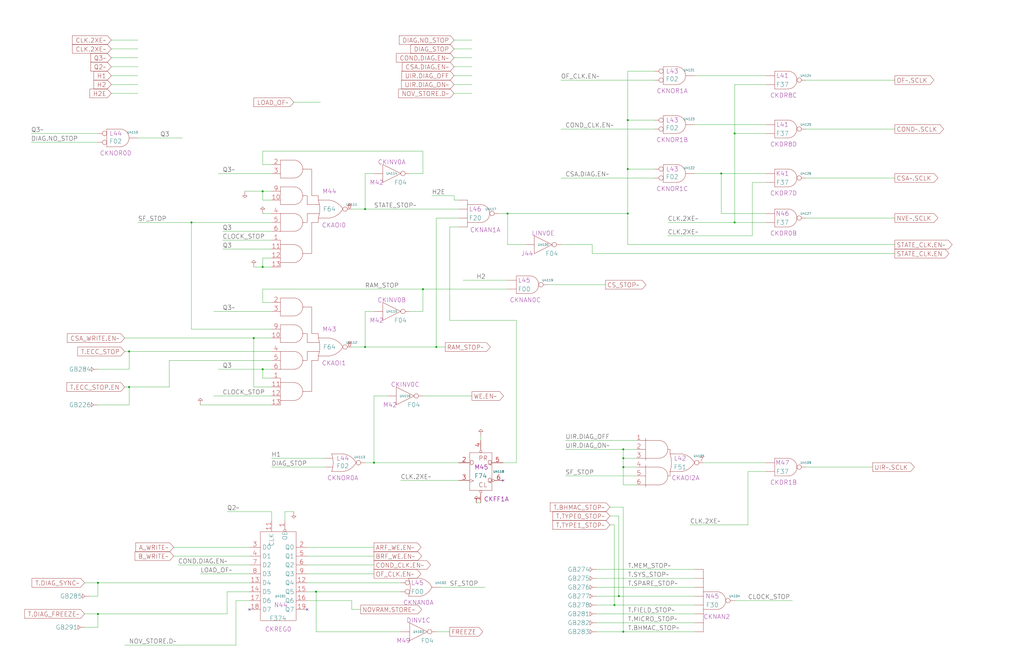
<source format=kicad_sch>
(kicad_sch (version 20220126) (generator eeschema)
  (paper "User" 584.2 378.46)
  (title_block (title "CLOCK GENERATION\\nSTATE CLOCKS") (date "15-MAR-90") (rev "1.0") (comment 1 "TYPE") (comment 2 "232-003062") (comment 3 "S400") (comment 4 "RELEASED"))
  (lib_symbols
    (symbol "r1000:F00" (pin_numbers hide) (pin_names hide)
      (property "Reference" "U" (at 15.24 0 0))
      (property "Value" "F00" (at 1.905 -5.08 0))
      (property "Location" "___" (at 1.905 0 0))
      (property "Name" "______" (at 2.54 -12.7 0))
      (symbol "F00_1_1"
        (pin input line (at -7.62 0 0) (length 5.08) (name "D0") (number "1"))
        (pin input line (at -7.62 -5.08 0) (length 5.08) (name "D1") (number "2"))
        (pin output line (at 15.24 -2.54 180) (length 2.54) (name "Q") (number "3"))
      )
      (symbol "F00_1_2"
        (pin input line (at -7.62 0 0) (length 2.54) (name "D0") (number "1"))
        (pin input line (at -7.62 -5.08 0) (length 2.54) (name "D1") (number "2"))
        (pin output line (at 15.24 -2.54 180) (length 5.08) (name "Q") (number "3"))
      )
    )
    (symbol "r1000:F02" (pin_numbers hide) (pin_names hide)
      (property "Reference" "U" (at 12.16 0.635 0))
      (property "Value" "F02" (at -1.27 -4.445 0))
      (property "Location" "___" (at 2.54 0 0))
      (property "Name" "______" (at 2.54 -12.7 0))
      (symbol "F02_1_1"
        (pin input line (at -7.62 0 0) (length 2.54) (name "D0") (number "1"))
        (pin input line (at -7.62 -5.08 0) (length 2.54) (name "D1") (number "2"))
        (pin output line (at 15.24 -2.54 180) (length 1.27) (name "Q") (number "3"))
      )
      (symbol "F02_1_2"
        (pin input line (at -7.62 0 0) (length 2.54) (name "D0") (number "1"))
        (pin input line (at -7.62 -5.08 0) (length 2.54) (name "D1") (number "2"))
        (pin output line (at 15.24 -2.54 180) (length 2.54) (name "Q") (number "3"))
      )
    )
    (symbol "r1000:F04" (pin_numbers hide) (pin_names hide)
      (property "Reference" "U" (at 0 0 0))
      (property "Value" "F04" (at 1.27 -5.08 0))
      (property "Location" "___" (at -12.7 -5.08 0))
      (property "Name" "______" (at 0 5.08 0))
      (symbol "F04_1_1"
        (pin input line (at -10.16 0 0) (length 2.54) (name "D0") (number "1"))
        (pin output line (at 10.16 0 180) (length 2.54) (name "Q") (number "2"))
      )
    )
    (symbol "r1000:F20" (pin_numbers hide) (pin_names hide)
      (property "Reference" "U" (at 8.255 2.54 0))
      (property "Value" "F20" (at -0.635 -2.54 0))
      (property "Location" "___" (at -0.635 2.54 0))
      (property "Name" "______" (at 5.08 -10.795 0))
      (symbol "F20_1_1"
        (pin input line (at -10.16 7.62 0) (length 5.08) (name "D0") (number "1"))
        (pin input line (at -10.16 2.54 0) (length 5.08) (name "D1") (number "2"))
        (pin input line (at -10.16 -2.54 0) (length 5.08) (name "D2") (number "4"))
        (pin input line (at -10.16 -7.62 0) (length 5.08) (name "D3") (number "5"))
        (pin output line (at 12.7 0 180) (length 2.54) (name "Q") (number "6"))
      )
      (symbol "F20_1_2"
        (pin input line (at -10.16 7.62 0) (length 1.27) (name "D0") (number "1"))
        (pin input line (at -10.16 2.54 0) (length 1.905) (name "D1") (number "2"))
        (pin input line (at -10.16 -2.54 0) (length 1.905) (name "D2") (number "4"))
        (pin input line (at -10.16 -7.62 0) (length 1.27) (name "D3") (number "5"))
        (pin output line (at 12.7 0 180) (length 5.08) (name "Q") (number "6"))
      )
    )
    (symbol "r1000:F30" (pin_numbers hide) (pin_names hide)
      (property "Reference" "U" (at 15.24 2.54 0))
      (property "Value" "F30" (at 2.54 -2.54 0))
      (property "Location" "___" (at 2.54 2.54 0))
      (property "Name" "______" (at 5.08 -10.62 0))
      (symbol "F30_1_1"
        (pin input line (at -7.62 7.62 0) (length 5.08) (name "D2") (number "1"))
        (pin input line (at -7.62 17.78 0) (length 5.08) (name "D0") (number "11"))
        (pin input line (at -7.62 12.7 0) (length 5.08) (name "D1") (number "12"))
        (pin input line (at -7.62 2.54 0) (length 5.08) (name "D3") (number "2"))
        (pin input line (at -7.62 -2.54 0) (length 5.08) (name "D4") (number "3"))
        (pin input line (at -7.62 -7.62 0) (length 5.08) (name "D5") (number "4"))
        (pin input line (at -7.62 -12.7 0) (length 5.08) (name "D6") (number "5"))
        (pin input line (at -7.62 -17.78 0) (length 5.08) (name "D7") (number "6"))
        (pin output line (at 15.24 0 180) (length 2.54) (name "Q") (number "8"))
      )
    )
    (symbol "r1000:F37" (pin_numbers hide) (pin_names (offset 0) hide)
      (property "Reference" "U" (at 15.24 0 0))
      (property "Value" "F37" (at 1.905 -5.08 0))
      (property "Location" "___" (at 1.905 0 0))
      (property "Name" "______" (at 2.54 -12.7 0))
      (symbol "F37_1_1"
        (pin input line (at -7.62 0 0) (length 5.08) (name "D0") (number "1"))
        (pin input line (at -7.62 -5.08 0) (length 5.08) (name "D1") (number "2"))
        (pin output line (at 15.24 -2.54 180) (length 2.54) (name "Q") (number "3"))
      )
      (symbol "F37_1_2"
        (pin input line (at -7.62 0 0) (length 2.54) (name "D0") (number "1"))
        (pin input line (at -7.62 -5.08 0) (length 2.54) (name "D1") (number "2"))
        (pin output line (at 15.24 -2.54 180) (length 5.08) (name "Q") (number "3"))
      )
    )
    (symbol "r1000:F374" (pin_names (offset 1.016))
      (property "Reference" "U" (at 2.54 5.08 0))
      (property "Value" "F374" (at -3.81 -7.62 0))
      (property "Location" "___" (at -1.27 0 0))
      (property "Name" "______" (at 1.27 -15.24 0))
      (symbol "F374_1_1"
        (pin input line (at 5.08 48.26 270) (length 5.08) (name "OE") (number "1"))
        (pin input line (at -2.54 48.26 270) (length 6.35) (name "CLK") (number "11"))
        (pin tri_state line (at 17.78 12.7 180) (length 6.35) (name "Q4") (number "12"))
        (pin input line (at -15.24 12.7 0) (length 6.35) (name "D4") (number "13"))
        (pin input line (at -15.24 7.62 0) (length 6.35) (name "D5") (number "14"))
        (pin tri_state line (at 17.78 7.62 180) (length 6.35) (name "Q5") (number "15"))
        (pin tri_state line (at 17.78 2.54 180) (length 6.35) (name "Q6") (number "16"))
        (pin input line (at -15.24 2.54 0) (length 6.35) (name "D6") (number "17"))
        (pin input line (at -15.24 -2.54 0) (length 6.35) (name "D7") (number "18"))
        (pin tri_state line (at 17.78 -2.54 180) (length 6.35) (name "Q7") (number "19"))
        (pin tri_state line (at 17.78 33.02 180) (length 6.35) (name "Q0") (number "2"))
        (pin input line (at -15.24 33.02 0) (length 6.35) (name "D0") (number "3"))
        (pin input line (at -15.24 27.94 0) (length 6.35) (name "D1") (number "4"))
        (pin tri_state line (at 17.78 27.94 180) (length 6.35) (name "Q1") (number "5"))
        (pin tri_state line (at 17.78 22.86 180) (length 6.35) (name "Q2") (number "6"))
        (pin input line (at -15.24 22.86 0) (length 6.35) (name "D2") (number "7"))
        (pin input line (at -15.24 17.78 0) (length 6.35) (name "D3") (number "8"))
        (pin tri_state line (at 17.78 17.78 180) (length 6.35) (name "Q3") (number "9"))
      )
    )
    (symbol "r1000:F51" (pin_names hide)
      (property "Reference" "U" (at 12.7 1.27 0))
      (property "Value" "F51" (at 1.905 -5.08 0))
      (property "Location" "___" (at 1.905 0 0))
      (property "Name" "______" (at 5.08 -12.7 0))
      (symbol "F51_1_1"
        (pin input line (at -22.86 10.16 0) (length 2.54) (name "A1") (number "1"))
        (pin input line (at -22.86 5.08 0) (length 2.54) (name "A2") (number "2"))
        (pin input line (at -22.86 0 0) (length 2.54) (name "A3") (number "3"))
        (pin input line (at -22.86 -5.08 0) (length 2.54) (name "B1") (number "4"))
        (pin input line (at -22.86 -10.16 0) (length 2.54) (name "B2") (number "5"))
        (pin input line (at -22.86 -15.24 0) (length 2.54) (name "B3") (number "6"))
        (pin output line (at 15.24 -2.54 180) (length 2.54) (name "Q") (number "7"))
      )
    )
    (symbol "r1000:F64" (pin_names hide)
      (property "Reference" "U" (at 15.24 2.54 0))
      (property "Value" "F64" (at 2.54 0 0))
      (property "Location" "___" (at 2.54 10.16 0))
      (property "Name" "______" (at 5.08 -10.62 0))
      (symbol "F64_1_1"
        (pin input line (at -30.48 -17.78 0) (length 5.08) (name "D0") (number "1"))
        (pin input line (at -30.48 5.08 0) (length 5.08) (name "B1") (number "10"))
        (pin input line (at -30.48 -22.86 0) (length 5.08) (name "D1") (number "11"))
        (pin input line (at -30.48 -27.94 0) (length 5.08) (name "D2") (number "12"))
        (pin input line (at -30.48 -33.02 0) (length 5.08) (name "D3") (number "13"))
        (pin input line (at -30.48 25.4 0) (length 5.08) (name "A0") (number "2"))
        (pin input line (at -30.48 20.32 0) (length 5.08) (name "A1") (number "3"))
        (pin input line (at -30.48 -2.54 0) (length 5.08) (name "C0") (number "4"))
        (pin input line (at -30.48 -7.62 0) (length 5.08) (name "C1") (number "5"))
        (pin input line (at -30.48 -12.7 0) (length 5.08) (name "C2") (number "6"))
        (pin output line (at 15.24 0 180) (length 2.54) (name "Q") (number "8"))
        (pin input line (at -30.48 10.16 0) (length 5.08) (name "B0") (number "9"))
      )
    )
    (symbol "r1000:F74" (pin_names (offset 1.016) hide)
      (property "Reference" "U" (at 12.7 -2.54 0))
      (property "Value" "F74" (at -1.27 -5.08 0))
      (property "Location" "___" (at -1.27 0 0))
      (property "Name" "______" (at 11.43 -19.685 0))
      (symbol "F74_1_1"
        (text ">" (at -2.54 -7.62 0) (effects (font (size 2.54 2.54))))
        (text "C" (at 2.54 -10.16 0) (effects (font (size 2.54 2.54))))
        (text "D" (at -2.54 2.54 0) (effects (font (size 2.54 2.54))))
        (text "L" (at 5.08 -10.16 0) (effects (font (size 2.54 2.54))))
        (text "P" (at 2.54 5.08 0) (effects (font (size 2.54 2.54))))
        (text "Q" (at 7.62 -7.62 0) (effects (font (size 2.54 2.54))))
        (text "Q" (at 7.62 2.54 0) (effects (font (size 2.54 2.54))))
        (text "R" (at 5.08 5.08 0) (effects (font (size 2.54 2.54))))
        (pin input line (at 2.54 -20.32 90) (length 5.08) (name "CL_") (number "1"))
        (pin input line (at -10.16 2.54 0) (length 6.35) (name "D") (number "2"))
        (pin input line (at -10.16 -7.62 0) (length 6.35) (name "CLK") (number "3"))
        (pin input line (at 2.54 15.24 270) (length 5.08) (name "PR_") (number "4"))
        (pin output line (at 15.24 2.54 180) (length 6.35) (name "Q") (number "5"))
        (pin output line (at 15.24 -7.62 180) (length 5.08) (name "Q_") (number "6"))
      )
    )
    (symbol "r1000:GB" (pin_numbers hide) (pin_names (offset 0) hide)
      (property "Reference" "GB" (at 3.81 0 0))
      (symbol "GB_1_1"
        (pin bidirectional line (at 0 0 0) (length 2.54) (name "") (number "1"))
      )
    )
    (symbol "r1000:PD" (power) (pin_numbers hide) (pin_names hide) (in_bom no)
      (symbol "PD_1_1"
        (pin power_in line (at 0 0 270) (length 2.54) (name "PD") (number "1"))
      )
    )
    (symbol "r1000:PU" (power) (pin_numbers hide) (pin_names hide)
      (symbol "PU_1_1"
        (pin power_in line (at 0 0 90) (length 2.54) (name "PU") (number "1"))
      )
    )
  )
  (wire (pts (xy 101.6 322.58) (xy 142.24 322.58)))
  (wire (pts (xy 109.22 127) (xy 154.94 127)))
  (wire (pts (xy 109.22 187.96) (xy 109.22 127)))
  (wire (pts (xy 114.3 231.14) (xy 154.94 231.14)))
  (wire (pts (xy 114.3 327.66) (xy 142.24 327.66)))
  (wire (pts (xy 121.92 177.8) (xy 154.94 177.8)))
  (wire (pts (xy 121.92 226.06) (xy 154.94 226.06)))
  (wire (pts (xy 124.46 210.82) (xy 149.86 210.82)))
  (wire (pts (xy 124.46 99.06) (xy 154.94 99.06)))
  (wire (pts (xy 127 132.08) (xy 154.94 132.08)))
  (wire (pts (xy 127 137.16) (xy 154.94 137.16)))
  (wire (pts (xy 127 142.24) (xy 154.94 142.24)))
  (wire (pts (xy 129.54 292.1) (xy 154.94 292.1)))
  (wire (pts (xy 129.54 337.82) (xy 129.54 350.52)))
  (wire (pts (xy 129.54 350.52) (xy 55.88 350.52)))
  (wire (pts (xy 134.62 342.9) (xy 134.62 368.3)))
  (wire (pts (xy 139.7 109.22) (xy 149.86 109.22)))
  (wire (pts (xy 142.24 337.82) (xy 129.54 337.82)))
  (wire (pts (xy 142.24 342.9) (xy 134.62 342.9)))
  (wire (pts (xy 144.78 152.4) (xy 149.86 152.4)))
  (wire (pts (xy 144.78 193.04) (xy 154.94 193.04)))
  (wire (pts (xy 144.78 220.98) (xy 144.78 193.04)))
  (wire (pts (xy 149.86 109.22) (xy 154.94 109.22)))
  (wire (pts (xy 149.86 114.3) (xy 149.86 109.22)))
  (wire (pts (xy 149.86 121.92) (xy 154.94 121.92)))
  (wire (pts (xy 149.86 147.32) (xy 149.86 152.4)))
  (wire (pts (xy 149.86 152.4) (xy 154.94 152.4)))
  (wire (pts (xy 149.86 165.1) (xy 149.86 172.72)))
  (wire (pts (xy 149.86 172.72) (xy 154.94 172.72)))
  (wire (pts (xy 149.86 210.82) (xy 154.94 210.82)))
  (wire (pts (xy 149.86 215.9) (xy 149.86 210.82)))
  (wire (pts (xy 149.86 86.36) (xy 149.86 93.98)))
  (wire (pts (xy 149.86 93.98) (xy 154.94 93.98)))
  (wire (pts (xy 154.94 114.3) (xy 149.86 114.3)))
  (wire (pts (xy 154.94 147.32) (xy 149.86 147.32)))
  (wire (pts (xy 154.94 187.96) (xy 109.22 187.96)))
  (wire (pts (xy 154.94 205.74) (xy 96.52 205.74)))
  (wire (pts (xy 154.94 215.9) (xy 149.86 215.9)))
  (wire (pts (xy 154.94 220.98) (xy 144.78 220.98)))
  (wire (pts (xy 154.94 261.62) (xy 185.42 261.62)))
  (wire (pts (xy 154.94 266.7) (xy 185.42 266.7)))
  (wire (pts (xy 154.94 297.18) (xy 154.94 292.1)))
  (wire (pts (xy 162.56 292.1) (xy 162.56 297.18)))
  (wire (pts (xy 167.64 292.1) (xy 162.56 292.1)))
  (wire (pts (xy 167.64 58.42) (xy 182.88 58.42)))
  (wire (pts (xy 17.78 76.2) (xy 55.88 76.2)))
  (wire (pts (xy 17.78 81.28) (xy 55.88 81.28)))
  (wire (pts (xy 175.26 312.42) (xy 213.36 312.42)))
  (wire (pts (xy 175.26 317.5) (xy 213.36 317.5)))
  (wire (pts (xy 175.26 322.58) (xy 213.36 322.58)))
  (wire (pts (xy 175.26 327.66) (xy 213.36 327.66)))
  (wire (pts (xy 175.26 332.74) (xy 228.6 332.74)))
  (wire (pts (xy 175.26 337.82) (xy 180.34 337.82)))
  (wire (pts (xy 175.26 342.9) (xy 200.66 342.9)))
  (wire (pts (xy 180.34 337.82) (xy 228.6 337.82)))
  (wire (pts (xy 180.34 360.68) (xy 180.34 337.82)))
  (wire (pts (xy 200.66 119.38) (xy 208.28 119.38)))
  (wire (pts (xy 200.66 198.12) (xy 208.28 198.12)))
  (wire (pts (xy 200.66 342.9) (xy 200.66 347.98)))
  (wire (pts (xy 200.66 347.98) (xy 205.74 347.98)))
  (wire (pts (xy 208.28 119.38) (xy 261.62 119.38)))
  (wire (pts (xy 208.28 177.8) (xy 208.28 198.12)))
  (wire (pts (xy 208.28 198.12) (xy 248.92 198.12)))
  (wire (pts (xy 208.28 264.16) (xy 213.36 264.16)))
  (wire (pts (xy 208.28 99.06) (xy 208.28 119.38)))
  (wire (pts (xy 213.36 177.8) (xy 208.28 177.8)))
  (wire (pts (xy 213.36 226.06) (xy 213.36 264.16)))
  (wire (pts (xy 213.36 264.16) (xy 261.62 264.16)))
  (wire (pts (xy 213.36 99.06) (xy 208.28 99.06)))
  (wire (pts (xy 220.98 226.06) (xy 213.36 226.06)))
  (wire (pts (xy 228.6 274.32) (xy 261.62 274.32)))
  (wire (pts (xy 228.6 360.68) (xy 180.34 360.68)))
  (wire (pts (xy 233.68 177.8) (xy 241.3 177.8)))
  (wire (pts (xy 233.68 99.06) (xy 241.3 99.06)))
  (wire (pts (xy 241.3 165.1) (xy 149.86 165.1)))
  (wire (pts (xy 241.3 177.8) (xy 241.3 165.1)))
  (wire (pts (xy 241.3 226.06) (xy 269.24 226.06)))
  (wire (pts (xy 241.3 86.36) (xy 149.86 86.36)))
  (wire (pts (xy 241.3 99.06) (xy 241.3 86.36)))
  (wire (pts (xy 246.38 111.76) (xy 259.08 111.76)))
  (wire (pts (xy 248.92 124.46) (xy 248.92 198.12)))
  (wire (pts (xy 248.92 198.12) (xy 254 198.12)))
  (wire (pts (xy 248.92 360.68) (xy 256.54 360.68)))
  (wire (pts (xy 251.46 335.28) (xy 276.86 335.28)))
  (wire (pts (xy 256.54 129.54) (xy 261.62 129.54)))
  (wire (pts (xy 256.54 182.88) (xy 256.54 129.54)))
  (wire (pts (xy 259.08 114.3) (xy 259.08 111.76)))
  (wire (pts (xy 259.08 22.86) (xy 269.24 22.86)))
  (wire (pts (xy 259.08 27.94) (xy 269.24 27.94)))
  (wire (pts (xy 259.08 33.02) (xy 269.24 33.02)))
  (wire (pts (xy 259.08 38.1) (xy 269.24 38.1)))
  (wire (pts (xy 259.08 43.18) (xy 269.24 43.18)))
  (wire (pts (xy 259.08 48.26) (xy 269.24 48.26)))
  (wire (pts (xy 259.08 53.34) (xy 269.24 53.34)))
  (wire (pts (xy 261.62 114.3) (xy 259.08 114.3)))
  (wire (pts (xy 261.62 124.46) (xy 248.92 124.46)))
  (wire (pts (xy 264.16 160.02) (xy 289.56 160.02)))
  (wire (pts (xy 271.78 287.02) (xy 274.32 287.02)))
  (wire (pts (xy 274.32 248.92) (xy 274.32 251.46)))
  (wire (pts (xy 287.02 264.16) (xy 294.64 264.16)))
  (wire (pts (xy 289.56 121.92) (xy 284.48 121.92)))
  (wire (pts (xy 289.56 139.7) (xy 289.56 121.92)))
  (wire (pts (xy 289.56 165.1) (xy 241.3 165.1)))
  (wire (pts (xy 294.64 182.88) (xy 256.54 182.88)))
  (wire (pts (xy 294.64 264.16) (xy 294.64 182.88)))
  (wire (pts (xy 299.72 139.7) (xy 289.56 139.7)))
  (wire (pts (xy 312.42 162.56) (xy 345.44 162.56)))
  (wire (pts (xy 320.04 101.6) (xy 373.38 101.6)))
  (wire (pts (xy 320.04 139.7) (xy 337.82 139.7)))
  (wire (pts (xy 320.04 45.72) (xy 373.38 45.72)))
  (wire (pts (xy 320.04 73.66) (xy 373.38 73.66)))
  (wire (pts (xy 322.58 251.46) (xy 363.22 251.46)))
  (wire (pts (xy 322.58 256.54) (xy 355.6 256.54)))
  (wire (pts (xy 322.58 271.78) (xy 363.22 271.78)))
  (wire (pts (xy 337.82 139.7) (xy 337.82 144.78)))
  (wire (pts (xy 337.82 144.78) (xy 510.54 144.78)))
  (wire (pts (xy 340.36 325.12) (xy 396.24 325.12)))
  (wire (pts (xy 340.36 330.2) (xy 396.24 330.2)))
  (wire (pts (xy 340.36 335.28) (xy 396.24 335.28)))
  (wire (pts (xy 340.36 340.36) (xy 353.06 340.36)))
  (wire (pts (xy 340.36 345.44) (xy 350.52 345.44)))
  (wire (pts (xy 340.36 350.52) (xy 396.24 350.52)))
  (wire (pts (xy 340.36 355.6) (xy 396.24 355.6)))
  (wire (pts (xy 340.36 360.68) (xy 355.6 360.68)))
  (wire (pts (xy 347.98 289.56) (xy 355.6 289.56)))
  (wire (pts (xy 347.98 294.64) (xy 353.06 294.64)))
  (wire (pts (xy 347.98 299.72) (xy 350.52 299.72)))
  (wire (pts (xy 350.52 299.72) (xy 350.52 345.44)))
  (wire (pts (xy 350.52 345.44) (xy 396.24 345.44)))
  (wire (pts (xy 353.06 294.64) (xy 353.06 340.36)))
  (wire (pts (xy 353.06 340.36) (xy 396.24 340.36)))
  (wire (pts (xy 355.6 256.54) (xy 363.22 256.54)))
  (wire (pts (xy 355.6 261.62) (xy 355.6 256.54)))
  (wire (pts (xy 355.6 266.7) (xy 355.6 261.62)))
  (wire (pts (xy 355.6 276.86) (xy 355.6 266.7)))
  (wire (pts (xy 355.6 289.56) (xy 355.6 360.68)))
  (wire (pts (xy 355.6 360.68) (xy 396.24 360.68)))
  (wire (pts (xy 358.14 121.92) (xy 289.56 121.92)))
  (wire (pts (xy 358.14 121.92) (xy 358.14 139.7)))
  (wire (pts (xy 358.14 139.7) (xy 510.54 139.7)))
  (wire (pts (xy 358.14 40.64) (xy 358.14 68.58)))
  (wire (pts (xy 358.14 68.58) (xy 358.14 96.52)))
  (wire (pts (xy 358.14 68.58) (xy 373.38 68.58)))
  (wire (pts (xy 358.14 96.52) (xy 358.14 121.92)))
  (wire (pts (xy 358.14 96.52) (xy 373.38 96.52)))
  (wire (pts (xy 363.22 261.62) (xy 355.6 261.62)))
  (wire (pts (xy 363.22 266.7) (xy 355.6 266.7)))
  (wire (pts (xy 363.22 276.86) (xy 355.6 276.86)))
  (wire (pts (xy 373.38 40.64) (xy 358.14 40.64)))
  (wire (pts (xy 381 127) (xy 419.1 127)))
  (wire (pts (xy 393.7 299.72) (xy 426.72 299.72)))
  (wire (pts (xy 396.24 43.18) (xy 436.88 43.18)))
  (wire (pts (xy 396.24 71.12) (xy 436.88 71.12)))
  (wire (pts (xy 396.24 99.06) (xy 411.48 99.06)))
  (wire (pts (xy 401.32 264.16) (xy 436.88 264.16)))
  (wire (pts (xy 411.48 121.92) (xy 411.48 99.06)))
  (wire (pts (xy 411.48 99.06) (xy 436.88 99.06)))
  (wire (pts (xy 419.1 127) (xy 436.88 127)))
  (wire (pts (xy 419.1 342.9) (xy 452.12 342.9)))
  (wire (pts (xy 419.1 48.26) (xy 419.1 76.2)))
  (wire (pts (xy 419.1 76.2) (xy 419.1 127)))
  (wire (pts (xy 419.1 76.2) (xy 436.88 76.2)))
  (wire (pts (xy 426.72 269.24) (xy 426.72 299.72)))
  (wire (pts (xy 426.72 269.24) (xy 436.88 269.24)))
  (wire (pts (xy 429.26 104.14) (xy 429.26 134.62)))
  (wire (pts (xy 429.26 134.62) (xy 381 134.62)))
  (wire (pts (xy 436.88 104.14) (xy 429.26 104.14)))
  (wire (pts (xy 436.88 121.92) (xy 411.48 121.92)))
  (wire (pts (xy 436.88 48.26) (xy 419.1 48.26)))
  (wire (pts (xy 459.74 101.6) (xy 510.54 101.6)))
  (wire (pts (xy 459.74 124.46) (xy 510.54 124.46)))
  (wire (pts (xy 459.74 266.7) (xy 497.84 266.7)))
  (wire (pts (xy 459.74 45.72) (xy 510.54 45.72)))
  (wire (pts (xy 459.74 73.66) (xy 510.54 73.66)))
  (wire (pts (xy 48.26 332.74) (xy 55.88 332.74)))
  (wire (pts (xy 48.26 358.14) (xy 55.88 358.14)))
  (wire (pts (xy 50.8 340.36) (xy 55.88 340.36)))
  (wire (pts (xy 55.88 210.82) (xy 73.66 210.82)))
  (wire (pts (xy 55.88 231.14) (xy 73.66 231.14)))
  (wire (pts (xy 55.88 332.74) (xy 142.24 332.74)))
  (wire (pts (xy 55.88 332.74) (xy 55.88 340.36)))
  (wire (pts (xy 55.88 350.52) (xy 48.26 350.52)))
  (wire (pts (xy 55.88 358.14) (xy 55.88 350.52)))
  (wire (pts (xy 63.5 22.86) (xy 78.74 22.86)))
  (wire (pts (xy 63.5 27.94) (xy 78.74 27.94)))
  (wire (pts (xy 63.5 33.02) (xy 78.74 33.02)))
  (wire (pts (xy 63.5 38.1) (xy 78.74 38.1)))
  (wire (pts (xy 63.5 43.18) (xy 78.74 43.18)))
  (wire (pts (xy 63.5 48.26) (xy 78.74 48.26)))
  (wire (pts (xy 63.5 53.34) (xy 78.74 53.34)))
  (wire (pts (xy 71.12 193.04) (xy 144.78 193.04)))
  (wire (pts (xy 71.12 200.66) (xy 73.66 200.66)))
  (wire (pts (xy 71.12 368.3) (xy 134.62 368.3)))
  (wire (pts (xy 73.66 200.66) (xy 154.94 200.66)))
  (wire (pts (xy 73.66 210.82) (xy 73.66 200.66)))
  (wire (pts (xy 73.66 220.98) (xy 71.12 220.98)))
  (wire (pts (xy 73.66 220.98) (xy 73.66 231.14)))
  (wire (pts (xy 78.74 127) (xy 109.22 127)))
  (wire (pts (xy 78.74 78.74) (xy 104.14 78.74)))
  (wire (pts (xy 96.52 205.74) (xy 96.52 220.98)))
  (wire (pts (xy 96.52 220.98) (xy 73.66 220.98)))
  (wire (pts (xy 99.06 312.42) (xy 142.24 312.42)))
  (wire (pts (xy 99.06 317.5) (xy 142.24 317.5)))
  (label "Q3~" (at 17.78 76.2 0) (effects (font (size 2.54 2.54))))
  (label "DIAG.NO_STOP" (at 17.78 81.28 0) (effects (font (size 2.54 2.54))))
  (global_label "T.DIAG_SYNC~" (shape input) (at 48.26 332.74 180) (effects (font (size 2.54 2.54))) (property "Intersheet References" "${INTERSHEET_REFS}" (at 18.4664 332.5813 0) (effects (font (size 1.905 1.905)) (justify right))))
  (global_label "T.DIAG_FREEZE~" (shape input) (at 48.26 350.52 180) (effects (font (size 2.54 2.54))) (property "Intersheet References" "${INTERSHEET_REFS}" (at 14.2331 350.3613 0) (effects (font (size 1.905 1.905)) (justify right))))
  (symbol (lib_id "r1000:GB") (at 48.26 358.14 0) (mirror y) (unit 1)
    (property "Reference" "GB291" (at 44.45 358.14 0) (effects (font (size 2.54 2.54)) (justify left)))
    (property "Value" "GB" (effects hide))
  )
  (symbol (lib_id "r1000:GB") (at 50.8 340.36 0) (mirror y) (unit 1)
    (property "Reference" "GB285" (at 46.99 340.36 0) (effects (font (size 2.54 2.54)) (justify left)))
    (property "Value" "GB" (effects hide))
  )
  (symbol (lib_id "r1000:GB") (at 55.88 210.82 0) (mirror y) (unit 1)
    (property "Reference" "GB284" (at 52.07 210.82 0) (effects (font (size 2.54 2.54)) (justify left)))
    (property "Value" "GB" (effects hide))
  )
  (symbol (lib_id "r1000:GB") (at 55.88 231.14 0) (mirror y) (unit 1)
    (property "Reference" "GB226" (at 52.07 231.14 0) (effects (font (size 2.54 2.54)) (justify left)))
    (property "Value" "GB" (effects hide))
  )
  (junction (at 55.88 332.74))
  (junction (at 55.88 350.52))
  (global_label "CLK.2XE~" (shape input) (at 63.5 22.86 180) (effects (font (size 2.54 2.54))) (property "Intersheet References" "${INTERSHEET_REFS}" (at 35.2092 22.7013 0) (effects (font (size 1.905 1.905)) (justify right))))
  (global_label "CLK.2XE~" (shape input) (at 63.5 27.94 180) (effects (font (size 2.54 2.54))) (property "Intersheet References" "${INTERSHEET_REFS}" (at 35.2092 27.7813 0) (effects (font (size 1.905 1.905)) (justify right))))
  (global_label "Q3~" (shape input) (at 63.5 33.02 180) (effects (font (size 2.54 2.54))) (property "Intersheet References" "${INTERSHEET_REFS}" (at 45.6111 32.8613 0) (effects (font (size 1.905 1.905)) (justify right))))
  (global_label "Q2~" (shape input) (at 63.5 38.1 180) (effects (font (size 2.54 2.54))) (property "Intersheet References" "${INTERSHEET_REFS}" (at 45.6111 37.9413 0) (effects (font (size 1.905 1.905)) (justify right))))
  (global_label "H1" (shape input) (at 63.5 43.18 180) (effects (font (size 2.54 2.54))) (property "Intersheet References" "${INTERSHEET_REFS}" (at 53.594 43.0213 0) (effects (font (size 1.905 1.905)) (justify right))))
  (global_label "H2" (shape input) (at 63.5 48.26 180) (effects (font (size 2.54 2.54))) (property "Intersheet References" "${INTERSHEET_REFS}" (at 53.594 48.1013 0) (effects (font (size 1.905 1.905)) (justify right))))
  (global_label "H2E" (shape input) (at 63.5 53.34 180) (effects (font (size 2.54 2.54))) (property "Intersheet References" "${INTERSHEET_REFS}" (at 51.2959 53.1813 0) (effects (font (size 1.905 1.905)) (justify right))))
  (symbol (lib_id "r1000:F02") (at 63.5 76.2 0) (unit 1) (convert 2)
    (property "Reference" "U4110" (at 75.66 75.565 0))
    (property "Value" "F02" (at 62.23 80.645 0) (effects (font (size 2.54 2.54)) (justify left)))
    (property "Location" "L44" (at 66.04 76.2 0) (effects (font (size 2.54 2.54))))
    (property "Name" "CKNOR0D" (at 66.04 88.9 0) (effects (font (size 2.54 2.54)) (justify bottom)))
  )
  (global_label "CSA_WRITE.EN~" (shape input) (at 71.12 193.04 180) (effects (font (size 2.54 2.54))) (property "Intersheet References" "${INTERSHEET_REFS}" (at 38.354 192.8813 0) (effects (font (size 1.905 1.905)) (justify right))))
  (global_label "T.ECC_STOP" (shape input) (at 71.12 200.66 180) (effects (font (size 2.54 2.54))) (property "Intersheet References" "${INTERSHEET_REFS}" (at 44.2807 200.5013 0) (effects (font (size 1.905 1.905)) (justify right))))
  (global_label "T.ECC_STOP.EN" (shape input) (at 71.12 220.98 180) (effects (font (size 2.54 2.54))) (property "Intersheet References" "${INTERSHEET_REFS}" (at 38.1121 220.8213 0) (effects (font (size 1.905 1.905)) (justify right))))
  (junction (at 73.66 200.66))
  (junction (at 73.66 220.98))
  (label "NOV_STORE.D~" (at 73.66 368.3 0) (effects (font (size 2.54 2.54))))
  (label "SF_STOP" (at 78.74 127 0) (effects (font (size 2.54 2.54))))
  (label "Q3" (at 91.44 78.74 0) (effects (font (size 2.54 2.54))))
  (global_label "A_WRITE~" (shape input) (at 99.06 312.42 180) (effects (font (size 2.54 2.54))) (property "Intersheet References" "${INTERSHEET_REFS}" (at 77.6121 312.2613 0) (effects (font (size 1.905 1.905)) (justify right))))
  (global_label "B_WRITE~" (shape input) (at 99.06 317.5 180) (effects (font (size 2.54 2.54))) (property "Intersheet References" "${INTERSHEET_REFS}" (at 77.2493 317.3413 0) (effects (font (size 1.905 1.905)) (justify right))))
  (label "COND.DIAG.EN~" (at 101.6 322.58 0) (effects (font (size 2.54 2.54))))
  (junction (at 109.22 127))
  (symbol (lib_id "r1000:PU") (at 114.3 231.14 0) (unit 1)
    (property "Reference" "#PWR04101" (effects hide))
    (property "Value" "PU" (effects hide))
  )
  (label "LOAD_OF~" (at 114.3 327.66 0) (effects (font (size 2.54 2.54))))
  (label "Q3~" (at 127 99.06 0) (effects (font (size 2.54 2.54))))
  (label "Q3" (at 127 132.08 0) (effects (font (size 2.54 2.54))))
  (label "CLOCK_STOP" (at 127 137.16 0) (effects (font (size 2.54 2.54))))
  (label "Q3" (at 127 142.24 0) (effects (font (size 2.54 2.54))))
  (label "Q3~" (at 127 177.8 0) (effects (font (size 2.54 2.54))))
  (label "Q3" (at 127 210.82 0) (effects (font (size 2.54 2.54))))
  (label "CLOCK_STOP" (at 127 226.06 0) (effects (font (size 2.54 2.54))))
  (label "Q2~" (at 129.54 292.1 0) (effects (font (size 2.54 2.54))))
  (symbol (lib_id "r1000:PD") (at 139.7 109.22 0) (unit 1) (in_bom no)
    (property "Reference" "#PWR04102" (effects hide))
    (property "Value" "PD" (effects hide))
  )
  (no_connect (at 142.24 347.98))
  (symbol (lib_id "r1000:PU") (at 144.78 152.4 0) (unit 1)
    (property "Reference" "#PWR04103" (effects hide))
    (property "Value" "PU" (effects hide))
  )
  (junction (at 144.78 193.04))
  (junction (at 149.86 109.22))
  (symbol (lib_id "r1000:PU") (at 149.86 121.92 0) (unit 1)
    (property "Reference" "#PWR04104" (effects hide))
    (property "Value" "PU" (effects hide))
  )
  (junction (at 149.86 152.4))
  (junction (at 149.86 210.82))
  (label "H1" (at 154.94 261.62 0) (effects (font (size 2.54 2.54))))
  (label "DIAG_STOP" (at 154.94 266.7 0) (effects (font (size 2.54 2.54))))
  (symbol (lib_id "r1000:F374") (at 157.48 345.44 0) (unit 1)
    (property "Reference" "U4101" (at 160.02 340.36 0))
    (property "Value" "F374" (at 153.67 353.06 0) (effects (font (size 2.54 2.54)) (justify left)))
    (property "Location" "N44" (at 156.21 345.44 0) (effects (font (size 2.54 2.54)) (justify left)))
    (property "Name" "CKREG0" (at 158.75 360.68 0) (effects (font (size 2.54 2.54)) (justify bottom)))
  )
  (global_label "LOAD_OF~" (shape input) (at 167.64 58.42 180) (effects (font (size 2.54 2.54))) (property "Intersheet References" "${INTERSHEET_REFS}" (at 144.7921 58.2613 0) (effects (font (size 1.905 1.905)) (justify right))))
  (symbol (lib_id "r1000:PD") (at 167.64 292.1 0) (unit 1) (in_bom no)
    (property "Reference" "#PWR0131" (effects hide))
    (property "Value" "PD" (effects hide))
  )
  (no_connect (at 175.26 347.98))
  (junction (at 180.34 337.82))
  (symbol (lib_id "r1000:F64") (at 185.42 119.38 0) (unit 1)
    (property "Reference" "U4111" (at 200.66 116.84 0))
    (property "Value" "F64" (at 187.96 119.38 0) (effects (font (size 2.54 2.54))))
    (property "Location" "M44" (at 187.96 109.22 0) (effects (font (size 2.54 2.54))))
    (property "Name" "CKAOI0" (at 190.5 130 0) (effects (font (size 2.54 2.54)) (justify bottom)))
  )
  (symbol (lib_id "r1000:F64") (at 185.42 198.12 0) (unit 1)
    (property "Reference" "U4112" (at 200.66 195.58 0))
    (property "Value" "F64" (at 187.96 198.12 0) (effects (font (size 2.54 2.54))))
    (property "Location" "M43" (at 187.96 187.96 0) (effects (font (size 2.54 2.54))))
    (property "Name" "CKAOI1" (at 190.5 208.74 0) (effects (font (size 2.54 2.54)) (justify bottom)))
  )
  (symbol (lib_id "r1000:F02") (at 193.04 261.62 0) (unit 1)
    (property "Reference" "U4113" (at 205.2 260.985 0))
    (property "Value" "F02" (at 191.77 266.065 0) (effects (font (size 2.54 2.54)) (justify left)))
    (property "Location" "L44" (at 195.58 261.62 0) (effects (font (size 2.54 2.54))))
    (property "Name" "CKNOR0A" (at 195.58 274.32 0) (effects (font (size 2.54 2.54)) (justify bottom)))
  )
  (global_label "NOVRAM.STORE~" (shape output) (at 205.74 347.98 0) (effects (font (size 2.54 2.54))) (property "Intersheet References" "${INTERSHEET_REFS}" (at 240.3717 347.8213 0) (effects (font (size 1.905 1.905)) (justify left))))
  (junction (at 208.28 119.38))
  (label "RAM_STOP" (at 208.28 165.1 0) (effects (font (size 2.54 2.54))))
  (junction (at 208.28 198.12))
  (label "STATE_STOP~" (at 213.36 119.38 0) (effects (font (size 2.54 2.54))))
  (junction (at 213.36 264.16))
  (global_label "ARF_WE.EN~" (shape output) (at 213.36 312.42 0) (effects (font (size 2.54 2.54))) (property "Intersheet References" "${INTERSHEET_REFS}" (at 240.0088 312.2613 0) (effects (font (size 1.905 1.905)) (justify left))))
  (global_label "BRF_WE.EN~" (shape output) (at 213.36 317.5 0) (effects (font (size 2.54 2.54))) (property "Intersheet References" "${INTERSHEET_REFS}" (at 240.3717 317.3413 0) (effects (font (size 1.905 1.905)) (justify left))))
  (global_label "COND_CLK.EN~" (shape output) (at 213.36 322.58 0) (effects (font (size 2.54 2.54))) (property "Intersheet References" "${INTERSHEET_REFS}" (at 245.6422 322.4213 0) (effects (font (size 1.905 1.905)) (justify left))))
  (global_label "OF_CLK.EN~" (shape output) (at 213.36 327.66 0) (effects (font (size 2.54 2.54))) (property "Intersheet References" "${INTERSHEET_REFS}" (at 239.8879 327.5013 0) (effects (font (size 1.905 1.905)) (justify left))))
  (symbol (lib_id "r1000:F04") (at 223.52 99.06 0) (unit 1)
    (property "Reference" "U4114" (at 223.52 99.06 0))
    (property "Value" "F04" (at 224.79 104.14 0) (effects (font (size 2.54 2.54)) (justify left)))
    (property "Location" "M42" (at 210.82 104.14 0) (effects (font (size 2.54 2.54)) (justify left)))
    (property "Name" "CKINV0A" (at 223.52 93.98 0) (effects (font (size 2.54 2.54)) (justify bottom)))
  )
  (symbol (lib_id "r1000:F04") (at 223.52 177.8 0) (unit 1)
    (property "Reference" "U4115" (at 223.52 177.8 0))
    (property "Value" "F04" (at 224.79 182.88 0) (effects (font (size 2.54 2.54)) (justify left)))
    (property "Location" "M42" (at 210.82 182.88 0) (effects (font (size 2.54 2.54)) (justify left)))
    (property "Name" "CKINV0B" (at 223.52 172.72 0) (effects (font (size 2.54 2.54)) (justify bottom)))
  )
  (label "CLK.2XE~" (at 228.6 274.32 0) (effects (font (size 2.54 2.54))))
  (symbol (lib_id "r1000:F04") (at 231.14 226.06 0) (unit 1)
    (property "Reference" "U4116" (at 231.14 226.06 0))
    (property "Value" "F04" (at 232.41 231.14 0) (effects (font (size 2.54 2.54)) (justify left)))
    (property "Location" "M42" (at 218.44 231.14 0) (effects (font (size 2.54 2.54)) (justify left)))
    (property "Name" "CKINV0C" (at 231.14 220.98 0) (effects (font (size 2.54 2.54)) (justify bottom)))
  )
  (symbol (lib_id "r1000:F00") (at 236.22 332.74 0) (unit 1) (convert 2)
    (property "Reference" "U4102" (at 251.46 332.74 0))
    (property "Value" "F00" (at 238.125 337.82 0) (effects (font (size 2.54 2.54))))
    (property "Location" "L45" (at 238.125 332.74 0) (effects (font (size 2.54 2.54))))
    (property "Name" "CKNAN0A" (at 238.76 345.44 0) (effects (font (size 2.54 2.54)) (justify bottom)))
  )
  (symbol (lib_id "r1000:F04") (at 238.76 360.68 0) (unit 1)
    (property "Reference" "U4103" (at 238.76 360.68 0))
    (property "Value" "F04" (at 240.03 365.76 0) (effects (font (size 2.54 2.54)) (justify left)))
    (property "Location" "M49" (at 226.06 365.76 0) (effects (font (size 2.54 2.54)) (justify left)))
    (property "Name" "DINV1C" (at 238.76 355.6 0) (effects (font (size 2.54 2.54)) (justify bottom)))
  )
  (junction (at 241.3 165.1))
  (label "H2E" (at 246.38 111.76 0) (effects (font (size 2.54 2.54))))
  (junction (at 248.92 198.12))
  (global_label "RAM_STOP~" (shape output) (at 254 198.12 0) (effects (font (size 2.54 2.54))) (property "Intersheet References" "${INTERSHEET_REFS}" (at 279.7508 197.9613 0) (effects (font (size 1.905 1.905)) (justify left))))
  (label "SF_STOP" (at 256.54 335.28 0) (effects (font (size 2.54 2.54))))
  (global_label "FREEZE" (shape output) (at 256.54 360.68 0) (effects (font (size 2.54 2.54))) (property "Intersheet References" "${INTERSHEET_REFS}" (at 275.206 360.5213 0) (effects (font (size 1.905 1.905)) (justify left))))
  (global_label "DIAG.NO_STOP" (shape input) (at 259.08 22.86 180) (effects (font (size 2.54 2.54))) (property "Intersheet References" "${INTERSHEET_REFS}" (at 227.7654 22.7013 0) (effects (font (size 1.905 1.905)) (justify right))))
  (global_label "DIAG_STOP" (shape input) (at 259.08 27.94 180) (effects (font (size 2.54 2.54))) (property "Intersheet References" "${INTERSHEET_REFS}" (at 234.2969 27.7813 0) (effects (font (size 1.905 1.905)) (justify right))))
  (global_label "COND.DIAG.EN~" (shape input) (at 259.08 33.02 180) (effects (font (size 2.54 2.54))) (property "Intersheet References" "${INTERSHEET_REFS}" (at 226.193 32.8613 0) (effects (font (size 1.905 1.905)) (justify right))))
  (global_label "CSA.DIAG.EN~" (shape input) (at 259.08 38.1 180) (effects (font (size 2.54 2.54))) (property "Intersheet References" "${INTERSHEET_REFS}" (at 229.4588 37.9413 0) (effects (font (size 1.905 1.905)) (justify right))))
  (global_label "UIR.DIAG_OFF" (shape input) (at 259.08 43.18 180) (effects (font (size 2.54 2.54))) (property "Intersheet References" "${INTERSHEET_REFS}" (at 229.2169 43.0213 0) (effects (font (size 1.905 1.905)) (justify right))))
  (global_label "UIR.DIAG_ON~" (shape input) (at 259.08 48.26 180) (effects (font (size 2.54 2.54))) (property "Intersheet References" "${INTERSHEET_REFS}" (at 229.0959 48.1013 0) (effects (font (size 1.905 1.905)) (justify right))))
  (global_label "NOV_STORE.D~" (shape input) (at 259.08 53.34 180) (effects (font (size 2.54 2.54))) (property "Intersheet References" "${INTERSHEET_REFS}" (at 227.4026 53.1813 0) (effects (font (size 1.905 1.905)) (justify right))))
  (global_label "WE.EN~" (shape output) (at 269.24 226.06 0) (effects (font (size 2.54 2.54))) (property "Intersheet References" "${INTERSHEET_REFS}" (at 287.2498 225.9013 0) (effects (font (size 1.905 1.905)) (justify left))))
  (symbol (lib_id "r1000:F20") (at 271.78 121.92 0) (unit 1)
    (property "Reference" "U4117" (at 280.035 119.38 0))
    (property "Value" "F20" (at 271.145 124.46 0) (effects (font (size 2.54 2.54))))
    (property "Location" "L46" (at 271.145 119.38 0) (effects (font (size 2.54 2.54))))
    (property "Name" "CKNAN1A" (at 276.86 132.715 0) (effects (font (size 2.54 2.54)) (justify bottom)))
  )
  (label "H2" (at 271.78 160.02 0) (effects (font (size 2.54 2.54))))
  (symbol (lib_id "r1000:F74") (at 271.78 266.7 0) (unit 1)
    (property "Reference" "U4118" (at 284.48 269.24 0))
    (property "Value" "F74" (at 270.51 271.78 0) (effects (font (size 2.54 2.54)) (justify left)))
    (property "Location" "M45" (at 270.51 266.7 0) (effects (font (size 2.54 2.54)) (justify left)))
    (property "Name" "CKFF1A" (at 283.21 286.385 0) (effects (font (size 2.54 2.54)) (justify bottom)))
  )
  (symbol (lib_id "r1000:PU") (at 271.78 287.02 0) (unit 1)
    (property "Reference" "#PWR04105" (effects hide))
    (property "Value" "PU" (effects hide))
  )
  (symbol (lib_id "r1000:PU") (at 274.32 248.92 0) (unit 1)
    (property "Reference" "#PWR04106" (effects hide))
    (property "Value" "PU" (effects hide))
  )
  (no_connect (at 287.02 274.32))
  (junction (at 289.56 121.92))
  (symbol (lib_id "r1000:F00") (at 297.18 160.02 0) (unit 1)
    (property "Reference" "U4119" (at 312.42 160.02 0))
    (property "Value" "F00" (at 299.085 165.1 0) (effects (font (size 2.54 2.54))))
    (property "Location" "L45" (at 299.085 160.02 0) (effects (font (size 2.54 2.54))))
    (property "Name" "CKNAN0C" (at 299.72 172.72 0) (effects (font (size 2.54 2.54)) (justify bottom)))
  )
  (symbol (lib_id "r1000:F04") (at 309.88 139.7 0) (unit 1)
    (property "Reference" "U4120" (at 309.88 139.7 0))
    (property "Value" "F04" (at 311.15 144.78 0) (effects (font (size 2.54 2.54)) (justify left)))
    (property "Location" "J44" (at 297.18 144.78 0) (effects (font (size 2.54 2.54)) (justify left)))
    (property "Name" "LINV0E" (at 309.88 134.62 0) (effects (font (size 2.54 2.54)) (justify bottom)))
  )
  (label "OF_CLK.EN~" (at 320.04 45.72 0) (effects (font (size 2.54 2.54))))
  (label "COND_CLK.EN~" (at 322.58 73.66 0) (effects (font (size 2.54 2.54))))
  (label "CSA.DIAG.EN~" (at 322.58 101.6 0) (effects (font (size 2.54 2.54))))
  (label "UIR.DIAG_OFF" (at 322.58 251.46 0) (effects (font (size 2.54 2.54))))
  (label "UIR.DIAG_ON~" (at 322.58 256.54 0) (effects (font (size 2.54 2.54))))
  (label "SF_STOP" (at 322.58 271.78 0) (effects (font (size 2.54 2.54))))
  (symbol (lib_id "r1000:GB") (at 340.36 325.12 0) (mirror y) (unit 1)
    (property "Reference" "GB274" (at 336.55 325.12 0) (effects (font (size 2.54 2.54)) (justify left)))
    (property "Value" "GB" (effects hide))
  )
  (symbol (lib_id "r1000:GB") (at 340.36 330.2 0) (mirror y) (unit 1)
    (property "Reference" "GB275" (at 336.55 330.2 0) (effects (font (size 2.54 2.54)) (justify left)))
    (property "Value" "GB" (effects hide))
  )
  (symbol (lib_id "r1000:GB") (at 340.36 335.28 0) (mirror y) (unit 1)
    (property "Reference" "GB276" (at 336.55 335.28 0) (effects (font (size 2.54 2.54)) (justify left)))
    (property "Value" "GB" (effects hide))
  )
  (symbol (lib_id "r1000:GB") (at 340.36 340.36 0) (mirror y) (unit 1)
    (property "Reference" "GB277" (at 336.55 340.36 0) (effects (font (size 2.54 2.54)) (justify left)))
    (property "Value" "GB" (effects hide))
  )
  (symbol (lib_id "r1000:GB") (at 340.36 345.44 0) (mirror y) (unit 1)
    (property "Reference" "GB278" (at 336.55 345.44 0) (effects (font (size 2.54 2.54)) (justify left)))
    (property "Value" "GB" (effects hide))
  )
  (symbol (lib_id "r1000:GB") (at 340.36 350.52 0) (mirror y) (unit 1)
    (property "Reference" "GB281" (at 336.55 350.52 0) (effects (font (size 2.54 2.54)) (justify left)))
    (property "Value" "GB" (effects hide))
  )
  (symbol (lib_id "r1000:GB") (at 340.36 355.6 0) (mirror y) (unit 1)
    (property "Reference" "GB282" (at 336.55 355.6 0) (effects (font (size 2.54 2.54)) (justify left)))
    (property "Value" "GB" (effects hide))
  )
  (symbol (lib_id "r1000:GB") (at 340.36 360.68 0) (mirror y) (unit 1)
    (property "Reference" "GB283" (at 336.55 360.68 0) (effects (font (size 2.54 2.54)) (justify left)))
    (property "Value" "GB" (effects hide))
  )
  (global_label "CS_STOP~" (shape output) (at 345.44 162.56 0) (effects (font (size 2.54 2.54))) (property "Intersheet References" "${INTERSHEET_REFS}" (at 368.5298 162.4013 0) (effects (font (size 1.905 1.905)) (justify left))))
  (global_label "T.BHMAC_STOP~" (shape input) (at 347.98 289.56 180) (effects (font (size 2.54 2.54))) (property "Intersheet References" "${INTERSHEET_REFS}" (at 313.2167 289.56 0) (effects (font (size 1.905 1.905)) (justify right))))
  (global_label "T.TYPE0_STOP~" (shape input) (at 347.98 294.64 180) (effects (font (size 2.54 2.54))) (property "Intersheet References" "${INTERSHEET_REFS}" (at 315.335 294.4813 0) (effects (font (size 1.905 1.905)) (justify right))))
  (global_label "T.TYPE1_STOP~" (shape input) (at 347.98 299.72 180) (effects (font (size 2.54 2.54))) (property "Intersheet References" "${INTERSHEET_REFS}" (at 315.335 299.5613 0) (effects (font (size 1.905 1.905)) (justify right))))
  (junction (at 350.52 345.44))
  (junction (at 353.06 340.36))
  (junction (at 355.6 256.54))
  (junction (at 355.6 261.62))
  (junction (at 355.6 266.7))
  (junction (at 355.6 360.68))
  (junction (at 358.14 68.58))
  (junction (at 358.14 96.52))
  (junction (at 358.14 121.92))
  (label "T.MEM_STOP~" (at 358.14 325.12 0) (effects (font (size 2.54 2.54))))
  (label "T.SYS_STOP~" (at 358.14 330.2 0) (effects (font (size 2.54 2.54))))
  (label "T.SPARE_STOP~" (at 358.14 335.28 0) (effects (font (size 2.54 2.54))))
  (label "T.FIELD_STOP~" (at 358.14 350.52 0) (effects (font (size 2.54 2.54))))
  (label "T.MICRO_STOP~" (at 358.14 355.6 0) (effects (font (size 2.54 2.54))))
  (label "T.BHMAC_STOP~" (at 358.14 360.68 0) (effects (font (size 2.54 2.54))))
  (symbol (lib_id "r1000:F02") (at 381 40.64 0) (unit 1) (convert 2)
    (property "Reference" "U4121" (at 393.16 40.005 0))
    (property "Value" "F02" (at 379.73 45.085 0) (effects (font (size 2.54 2.54)) (justify left)))
    (property "Location" "L43" (at 383.54 40.64 0) (effects (font (size 2.54 2.54))))
    (property "Name" "CKNOR1A" (at 383.54 53.34 0) (effects (font (size 2.54 2.54)) (justify bottom)))
  )
  (symbol (lib_id "r1000:F02") (at 381 68.58 0) (unit 1) (convert 2)
    (property "Reference" "U4123" (at 393.16 67.945 0))
    (property "Value" "F02" (at 379.73 73.025 0) (effects (font (size 2.54 2.54)) (justify left)))
    (property "Location" "L43" (at 383.54 68.58 0) (effects (font (size 2.54 2.54))))
    (property "Name" "CKNOR1B" (at 383.54 81.28 0) (effects (font (size 2.54 2.54)) (justify bottom)))
  )
  (symbol (lib_id "r1000:F02") (at 381 96.52 0) (unit 1) (convert 2)
    (property "Reference" "U4122" (at 393.16 95.885 0))
    (property "Value" "F02" (at 379.73 100.965 0) (effects (font (size 2.54 2.54)) (justify left)))
    (property "Location" "L43" (at 383.54 96.52 0) (effects (font (size 2.54 2.54))))
    (property "Name" "CKNOR1C" (at 383.54 109.22 0) (effects (font (size 2.54 2.54)) (justify bottom)))
  )
  (label "CLK.2XE~" (at 381 127 0) (effects (font (size 2.54 2.54))))
  (label "CLK.2XE~" (at 381 134.62 0) (effects (font (size 2.54 2.54))))
  (symbol (lib_id "r1000:F51") (at 386.08 261.62 0) (unit 1)
    (property "Reference" "U4105" (at 398.78 260.35 0))
    (property "Value" "F51" (at 387.985 266.7 0) (effects (font (size 2.54 2.54))))
    (property "Location" "L42" (at 387.985 261.62 0) (effects (font (size 2.54 2.54))))
    (property "Name" "CKAOI2A" (at 391.16 274.32 0) (effects (font (size 2.54 2.54)) (justify bottom)))
  )
  (label "CLK.2XE~" (at 393.7 299.72 0) (effects (font (size 2.54 2.54))))
  (symbol (lib_id "r1000:F30") (at 403.86 342.9 0) (unit 1)
    (property "Reference" "U4104" (at 419.1 340.36 0))
    (property "Value" "F30" (at 406.4 345.44 0) (effects (font (size 2.54 2.54))))
    (property "Location" "N45" (at 406.4 340.36 0) (effects (font (size 2.54 2.54))))
    (property "Name" "CKNAN2" (at 408.94 353.52 0) (effects (font (size 2.54 2.54)) (justify bottom)))
  )
  (junction (at 411.48 99.06))
  (junction (at 419.1 76.2))
  (junction (at 419.1 127))
  (label "CLOCK_STOP" (at 426.72 342.9 0) (effects (font (size 2.54 2.54))))
  (symbol (lib_id "r1000:F37") (at 444.5 43.18 0) (unit 1)
    (property "Reference" "U4124" (at 459.74 43.18 0))
    (property "Value" "F37" (at 446.405 48.26 0) (effects (font (size 2.54 2.54))))
    (property "Location" "L41" (at 446.405 43.18 0) (effects (font (size 2.54 2.54))))
    (property "Name" "CKDR8C" (at 447.04 55.88 0) (effects (font (size 2.54 2.54)) (justify bottom)))
  )
  (symbol (lib_id "r1000:F37") (at 444.5 71.12 0) (unit 1)
    (property "Reference" "U4125" (at 459.74 71.12 0))
    (property "Value" "F37" (at 446.405 76.2 0) (effects (font (size 2.54 2.54))))
    (property "Location" "L41" (at 446.405 71.12 0) (effects (font (size 2.54 2.54))))
    (property "Name" "CKDR8D" (at 447.04 83.82 0) (effects (font (size 2.54 2.54)) (justify bottom)))
  )
  (symbol (lib_id "r1000:F37") (at 444.5 99.06 0) (unit 1)
    (property "Reference" "U4126" (at 459.74 99.06 0))
    (property "Value" "F37" (at 446.405 104.14 0) (effects (font (size 2.54 2.54))))
    (property "Location" "K41" (at 446.405 99.06 0) (effects (font (size 2.54 2.54))))
    (property "Name" "CKDR7D" (at 447.04 111.76 0) (effects (font (size 2.54 2.54)) (justify bottom)))
  )
  (symbol (lib_id "r1000:F37") (at 444.5 121.92 0) (unit 1)
    (property "Reference" "U4127" (at 459.74 121.92 0))
    (property "Value" "F37" (at 446.405 127 0) (effects (font (size 2.54 2.54))))
    (property "Location" "N46" (at 446.405 121.92 0) (effects (font (size 2.54 2.54))))
    (property "Name" "CKDR0B" (at 447.04 134.62 0) (effects (font (size 2.54 2.54)) (justify bottom)))
  )
  (symbol (lib_id "r1000:F37") (at 444.5 264.16 0) (unit 1)
    (property "Reference" "U4109" (at 459.74 264.16 0))
    (property "Value" "F37" (at 446.405 269.24 0) (effects (font (size 2.54 2.54))))
    (property "Location" "M47" (at 446.405 264.16 0) (effects (font (size 2.54 2.54))))
    (property "Name" "CKDR1B" (at 447.04 276.86 0) (effects (font (size 2.54 2.54)) (justify bottom)))
  )
  (global_label "UIR~.SCLK" (shape output) (at 497.84 266.7 0) (effects (font (size 2.54 2.54))) (property "Intersheet References" "${INTERSHEET_REFS}" (at 527.6336 266.5413 0) (effects (font (size 1.905 1.905)) (justify left))))
  (global_label "OF~.SCLK" (shape output) (at 510.54 45.72 0) (effects (font (size 2.54 2.54))) (property "Intersheet References" "${INTERSHEET_REFS}" (at 532.7831 45.5613 0) (effects (font (size 1.905 1.905)) (justify left))))
  (global_label "COND~.SCLK" (shape output) (at 510.54 73.66 0) (effects (font (size 2.54 2.54))) (property "Intersheet References" "${INTERSHEET_REFS}" (at 538.347 73.5013 0) (effects (font (size 1.905 1.905)) (justify left))))
  (global_label "CSA~.SCLK" (shape output) (at 510.54 101.6 0) (effects (font (size 2.54 2.54))) (property "Intersheet References" "${INTERSHEET_REFS}" (at 535.0812 101.4413 0) (effects (font (size 1.905 1.905)) (justify left))))
  (global_label "NVE~.SCLK" (shape output) (at 510.54 124.46 0) (effects (font (size 2.54 2.54))) (property "Intersheet References" "${INTERSHEET_REFS}" (at 535.0812 124.3013 0) (effects (font (size 1.905 1.905)) (justify left))))
  (global_label "STATE_CLK.EN~" (shape output) (at 510.54 139.7 0) (effects (font (size 2.54 2.54))) (property "Intersheet References" "${INTERSHEET_REFS}" (at 543.185 139.5413 0) (effects (font (size 1.905 1.905)) (justify left))))
  (global_label "STATE_CLK.EN" (shape output) (at 510.54 144.78 0) (effects (font (size 2.54 2.54))) (property "Intersheet References" "${INTERSHEET_REFS}" (at 541.3708 144.6213 0) (effects (font (size 1.905 1.905)) (justify left))))
)
</source>
